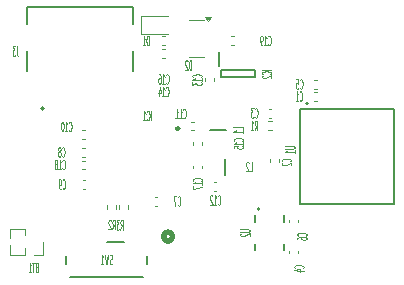
<source format=gbr>
%TF.GenerationSoftware,KiCad,Pcbnew,8.0.2-1*%
%TF.CreationDate,2024-05-16T14:53:05+09:00*%
%TF.ProjectId,eeg,6565672e-6b69-4636-9164-5f7063625858,rev?*%
%TF.SameCoordinates,Original*%
%TF.FileFunction,Legend,Bot*%
%TF.FilePolarity,Positive*%
%FSLAX46Y46*%
G04 Gerber Fmt 4.6, Leading zero omitted, Abs format (unit mm)*
G04 Created by KiCad (PCBNEW 8.0.2-1) date 2024-05-16 14:53:05*
%MOMM*%
%LPD*%
G01*
G04 APERTURE LIST*
%ADD10C,0.080000*%
%ADD11C,0.152400*%
%ADD12C,0.508000*%
%ADD13C,0.127000*%
%ADD14C,0.200000*%
%ADD15C,0.250000*%
%ADD16C,0.120000*%
%ADD17C,0.150000*%
G04 APERTURE END LIST*
D10*
X142365266Y-109727840D02*
X142315266Y-109765935D01*
X142315266Y-109765935D02*
X142231933Y-109765935D01*
X142231933Y-109765935D02*
X142198599Y-109727840D01*
X142198599Y-109727840D02*
X142181933Y-109689744D01*
X142181933Y-109689744D02*
X142165266Y-109613554D01*
X142165266Y-109613554D02*
X142165266Y-109537363D01*
X142165266Y-109537363D02*
X142181933Y-109461173D01*
X142181933Y-109461173D02*
X142198599Y-109423078D01*
X142198599Y-109423078D02*
X142231933Y-109384982D01*
X142231933Y-109384982D02*
X142298599Y-109346887D01*
X142298599Y-109346887D02*
X142331933Y-109308792D01*
X142331933Y-109308792D02*
X142348599Y-109270697D01*
X142348599Y-109270697D02*
X142365266Y-109194506D01*
X142365266Y-109194506D02*
X142365266Y-109118316D01*
X142365266Y-109118316D02*
X142348599Y-109042125D01*
X142348599Y-109042125D02*
X142331933Y-109004030D01*
X142331933Y-109004030D02*
X142298599Y-108965935D01*
X142298599Y-108965935D02*
X142215266Y-108965935D01*
X142215266Y-108965935D02*
X142165266Y-109004030D01*
X142048600Y-108965935D02*
X141965266Y-109765935D01*
X141965266Y-109765935D02*
X141898600Y-109194506D01*
X141898600Y-109194506D02*
X141831933Y-109765935D01*
X141831933Y-109765935D02*
X141748600Y-108965935D01*
X141431933Y-109765935D02*
X141631933Y-109765935D01*
X141531933Y-109765935D02*
X141531933Y-108965935D01*
X141531933Y-108965935D02*
X141565266Y-109080220D01*
X141565266Y-109080220D02*
X141598600Y-109156411D01*
X141598600Y-109156411D02*
X141631933Y-109194506D01*
X157025935Y-99773333D02*
X157673554Y-99773333D01*
X157673554Y-99773333D02*
X157749744Y-99790000D01*
X157749744Y-99790000D02*
X157787840Y-99806666D01*
X157787840Y-99806666D02*
X157825935Y-99840000D01*
X157825935Y-99840000D02*
X157825935Y-99906666D01*
X157825935Y-99906666D02*
X157787840Y-99940000D01*
X157787840Y-99940000D02*
X157749744Y-99956666D01*
X157749744Y-99956666D02*
X157673554Y-99973333D01*
X157673554Y-99973333D02*
X157025935Y-99973333D01*
X157825935Y-100323333D02*
X157825935Y-100123333D01*
X157825935Y-100223333D02*
X157025935Y-100223333D01*
X157025935Y-100223333D02*
X157140220Y-100190000D01*
X157140220Y-100190000D02*
X157216411Y-100156667D01*
X157216411Y-100156667D02*
X157254506Y-100123333D01*
X145701666Y-97585935D02*
X145701666Y-96785935D01*
X145334999Y-97509744D02*
X145351666Y-97547840D01*
X145351666Y-97547840D02*
X145401666Y-97585935D01*
X145401666Y-97585935D02*
X145434999Y-97585935D01*
X145434999Y-97585935D02*
X145484999Y-97547840D01*
X145484999Y-97547840D02*
X145518333Y-97471649D01*
X145518333Y-97471649D02*
X145534999Y-97395459D01*
X145534999Y-97395459D02*
X145551666Y-97243078D01*
X145551666Y-97243078D02*
X145551666Y-97128792D01*
X145551666Y-97128792D02*
X145534999Y-96976411D01*
X145534999Y-96976411D02*
X145518333Y-96900220D01*
X145518333Y-96900220D02*
X145484999Y-96824030D01*
X145484999Y-96824030D02*
X145434999Y-96785935D01*
X145434999Y-96785935D02*
X145401666Y-96785935D01*
X145401666Y-96785935D02*
X145351666Y-96824030D01*
X145351666Y-96824030D02*
X145334999Y-96862125D01*
X145001666Y-97585935D02*
X145201666Y-97585935D01*
X145101666Y-97585935D02*
X145101666Y-96785935D01*
X145101666Y-96785935D02*
X145134999Y-96900220D01*
X145134999Y-96900220D02*
X145168333Y-96976411D01*
X145168333Y-96976411D02*
X145201666Y-97014506D01*
X157439744Y-101051667D02*
X157477840Y-101035000D01*
X157477840Y-101035000D02*
X157515935Y-100985000D01*
X157515935Y-100985000D02*
X157515935Y-100951667D01*
X157515935Y-100951667D02*
X157477840Y-100901667D01*
X157477840Y-100901667D02*
X157401649Y-100868334D01*
X157401649Y-100868334D02*
X157325459Y-100851667D01*
X157325459Y-100851667D02*
X157173078Y-100835000D01*
X157173078Y-100835000D02*
X157058792Y-100835000D01*
X157058792Y-100835000D02*
X156906411Y-100851667D01*
X156906411Y-100851667D02*
X156830220Y-100868334D01*
X156830220Y-100868334D02*
X156754030Y-100901667D01*
X156754030Y-100901667D02*
X156715935Y-100951667D01*
X156715935Y-100951667D02*
X156715935Y-100985000D01*
X156715935Y-100985000D02*
X156754030Y-101035000D01*
X156754030Y-101035000D02*
X156792125Y-101051667D01*
X156792125Y-101185000D02*
X156754030Y-101201667D01*
X156754030Y-101201667D02*
X156715935Y-101235000D01*
X156715935Y-101235000D02*
X156715935Y-101318334D01*
X156715935Y-101318334D02*
X156754030Y-101351667D01*
X156754030Y-101351667D02*
X156792125Y-101368334D01*
X156792125Y-101368334D02*
X156868316Y-101385000D01*
X156868316Y-101385000D02*
X156944506Y-101385000D01*
X156944506Y-101385000D02*
X157058792Y-101368334D01*
X157058792Y-101368334D02*
X157515935Y-101168334D01*
X157515935Y-101168334D02*
X157515935Y-101385000D01*
X146944999Y-95489744D02*
X146961666Y-95527840D01*
X146961666Y-95527840D02*
X147011666Y-95565935D01*
X147011666Y-95565935D02*
X147044999Y-95565935D01*
X147044999Y-95565935D02*
X147094999Y-95527840D01*
X147094999Y-95527840D02*
X147128333Y-95451649D01*
X147128333Y-95451649D02*
X147144999Y-95375459D01*
X147144999Y-95375459D02*
X147161666Y-95223078D01*
X147161666Y-95223078D02*
X147161666Y-95108792D01*
X147161666Y-95108792D02*
X147144999Y-94956411D01*
X147144999Y-94956411D02*
X147128333Y-94880220D01*
X147128333Y-94880220D02*
X147094999Y-94804030D01*
X147094999Y-94804030D02*
X147044999Y-94765935D01*
X147044999Y-94765935D02*
X147011666Y-94765935D01*
X147011666Y-94765935D02*
X146961666Y-94804030D01*
X146961666Y-94804030D02*
X146944999Y-94842125D01*
X146611666Y-95565935D02*
X146811666Y-95565935D01*
X146711666Y-95565935D02*
X146711666Y-94765935D01*
X146711666Y-94765935D02*
X146744999Y-94880220D01*
X146744999Y-94880220D02*
X146778333Y-94956411D01*
X146778333Y-94956411D02*
X146811666Y-94994506D01*
X146311666Y-95032601D02*
X146311666Y-95565935D01*
X146395000Y-94727840D02*
X146478333Y-95299268D01*
X146478333Y-95299268D02*
X146261666Y-95299268D01*
X155584999Y-91129744D02*
X155601666Y-91167840D01*
X155601666Y-91167840D02*
X155651666Y-91205935D01*
X155651666Y-91205935D02*
X155684999Y-91205935D01*
X155684999Y-91205935D02*
X155734999Y-91167840D01*
X155734999Y-91167840D02*
X155768333Y-91091649D01*
X155768333Y-91091649D02*
X155784999Y-91015459D01*
X155784999Y-91015459D02*
X155801666Y-90863078D01*
X155801666Y-90863078D02*
X155801666Y-90748792D01*
X155801666Y-90748792D02*
X155784999Y-90596411D01*
X155784999Y-90596411D02*
X155768333Y-90520220D01*
X155768333Y-90520220D02*
X155734999Y-90444030D01*
X155734999Y-90444030D02*
X155684999Y-90405935D01*
X155684999Y-90405935D02*
X155651666Y-90405935D01*
X155651666Y-90405935D02*
X155601666Y-90444030D01*
X155601666Y-90444030D02*
X155584999Y-90482125D01*
X155251666Y-91205935D02*
X155451666Y-91205935D01*
X155351666Y-91205935D02*
X155351666Y-90405935D01*
X155351666Y-90405935D02*
X155384999Y-90520220D01*
X155384999Y-90520220D02*
X155418333Y-90596411D01*
X155418333Y-90596411D02*
X155451666Y-90634506D01*
X155085000Y-91205935D02*
X155018333Y-91205935D01*
X155018333Y-91205935D02*
X154985000Y-91167840D01*
X154985000Y-91167840D02*
X154968333Y-91129744D01*
X154968333Y-91129744D02*
X154935000Y-91015459D01*
X154935000Y-91015459D02*
X154918333Y-90863078D01*
X154918333Y-90863078D02*
X154918333Y-90558316D01*
X154918333Y-90558316D02*
X154935000Y-90482125D01*
X154935000Y-90482125D02*
X154951666Y-90444030D01*
X154951666Y-90444030D02*
X154985000Y-90405935D01*
X154985000Y-90405935D02*
X155051666Y-90405935D01*
X155051666Y-90405935D02*
X155085000Y-90444030D01*
X155085000Y-90444030D02*
X155101666Y-90482125D01*
X155101666Y-90482125D02*
X155118333Y-90558316D01*
X155118333Y-90558316D02*
X155118333Y-90748792D01*
X155118333Y-90748792D02*
X155101666Y-90824982D01*
X155101666Y-90824982D02*
X155085000Y-90863078D01*
X155085000Y-90863078D02*
X155051666Y-90901173D01*
X155051666Y-90901173D02*
X154985000Y-90901173D01*
X154985000Y-90901173D02*
X154951666Y-90863078D01*
X154951666Y-90863078D02*
X154935000Y-90824982D01*
X154935000Y-90824982D02*
X154918333Y-90748792D01*
X138138332Y-100589744D02*
X138154999Y-100627840D01*
X138154999Y-100627840D02*
X138204999Y-100665935D01*
X138204999Y-100665935D02*
X138238332Y-100665935D01*
X138238332Y-100665935D02*
X138288332Y-100627840D01*
X138288332Y-100627840D02*
X138321666Y-100551649D01*
X138321666Y-100551649D02*
X138338332Y-100475459D01*
X138338332Y-100475459D02*
X138354999Y-100323078D01*
X138354999Y-100323078D02*
X138354999Y-100208792D01*
X138354999Y-100208792D02*
X138338332Y-100056411D01*
X138338332Y-100056411D02*
X138321666Y-99980220D01*
X138321666Y-99980220D02*
X138288332Y-99904030D01*
X138288332Y-99904030D02*
X138238332Y-99865935D01*
X138238332Y-99865935D02*
X138204999Y-99865935D01*
X138204999Y-99865935D02*
X138154999Y-99904030D01*
X138154999Y-99904030D02*
X138138332Y-99942125D01*
X137938332Y-100208792D02*
X137971666Y-100170697D01*
X137971666Y-100170697D02*
X137988332Y-100132601D01*
X137988332Y-100132601D02*
X138004999Y-100056411D01*
X138004999Y-100056411D02*
X138004999Y-100018316D01*
X138004999Y-100018316D02*
X137988332Y-99942125D01*
X137988332Y-99942125D02*
X137971666Y-99904030D01*
X137971666Y-99904030D02*
X137938332Y-99865935D01*
X137938332Y-99865935D02*
X137871666Y-99865935D01*
X137871666Y-99865935D02*
X137838332Y-99904030D01*
X137838332Y-99904030D02*
X137821666Y-99942125D01*
X137821666Y-99942125D02*
X137804999Y-100018316D01*
X137804999Y-100018316D02*
X137804999Y-100056411D01*
X137804999Y-100056411D02*
X137821666Y-100132601D01*
X137821666Y-100132601D02*
X137838332Y-100170697D01*
X137838332Y-100170697D02*
X137871666Y-100208792D01*
X137871666Y-100208792D02*
X137938332Y-100208792D01*
X137938332Y-100208792D02*
X137971666Y-100246887D01*
X137971666Y-100246887D02*
X137988332Y-100284982D01*
X137988332Y-100284982D02*
X138004999Y-100361173D01*
X138004999Y-100361173D02*
X138004999Y-100513554D01*
X138004999Y-100513554D02*
X137988332Y-100589744D01*
X137988332Y-100589744D02*
X137971666Y-100627840D01*
X137971666Y-100627840D02*
X137938332Y-100665935D01*
X137938332Y-100665935D02*
X137871666Y-100665935D01*
X137871666Y-100665935D02*
X137838332Y-100627840D01*
X137838332Y-100627840D02*
X137821666Y-100589744D01*
X137821666Y-100589744D02*
X137804999Y-100513554D01*
X137804999Y-100513554D02*
X137804999Y-100361173D01*
X137804999Y-100361173D02*
X137821666Y-100284982D01*
X137821666Y-100284982D02*
X137838332Y-100246887D01*
X137838332Y-100246887D02*
X137871666Y-100208792D01*
X147928332Y-104729744D02*
X147944999Y-104767840D01*
X147944999Y-104767840D02*
X147994999Y-104805935D01*
X147994999Y-104805935D02*
X148028332Y-104805935D01*
X148028332Y-104805935D02*
X148078332Y-104767840D01*
X148078332Y-104767840D02*
X148111666Y-104691649D01*
X148111666Y-104691649D02*
X148128332Y-104615459D01*
X148128332Y-104615459D02*
X148144999Y-104463078D01*
X148144999Y-104463078D02*
X148144999Y-104348792D01*
X148144999Y-104348792D02*
X148128332Y-104196411D01*
X148128332Y-104196411D02*
X148111666Y-104120220D01*
X148111666Y-104120220D02*
X148078332Y-104044030D01*
X148078332Y-104044030D02*
X148028332Y-104005935D01*
X148028332Y-104005935D02*
X147994999Y-104005935D01*
X147994999Y-104005935D02*
X147944999Y-104044030D01*
X147944999Y-104044030D02*
X147928332Y-104082125D01*
X147811666Y-104005935D02*
X147578332Y-104005935D01*
X147578332Y-104005935D02*
X147728332Y-104805935D01*
X149909744Y-102695000D02*
X149947840Y-102678333D01*
X149947840Y-102678333D02*
X149985935Y-102628333D01*
X149985935Y-102628333D02*
X149985935Y-102595000D01*
X149985935Y-102595000D02*
X149947840Y-102545000D01*
X149947840Y-102545000D02*
X149871649Y-102511667D01*
X149871649Y-102511667D02*
X149795459Y-102495000D01*
X149795459Y-102495000D02*
X149643078Y-102478333D01*
X149643078Y-102478333D02*
X149528792Y-102478333D01*
X149528792Y-102478333D02*
X149376411Y-102495000D01*
X149376411Y-102495000D02*
X149300220Y-102511667D01*
X149300220Y-102511667D02*
X149224030Y-102545000D01*
X149224030Y-102545000D02*
X149185935Y-102595000D01*
X149185935Y-102595000D02*
X149185935Y-102628333D01*
X149185935Y-102628333D02*
X149224030Y-102678333D01*
X149224030Y-102678333D02*
X149262125Y-102695000D01*
X149985935Y-103028333D02*
X149985935Y-102828333D01*
X149985935Y-102928333D02*
X149185935Y-102928333D01*
X149185935Y-102928333D02*
X149300220Y-102895000D01*
X149300220Y-102895000D02*
X149376411Y-102861667D01*
X149376411Y-102861667D02*
X149414506Y-102828333D01*
X149185935Y-103145000D02*
X149185935Y-103378333D01*
X149185935Y-103378333D02*
X149985935Y-103228333D01*
X149088332Y-93295935D02*
X149088332Y-92495935D01*
X149088332Y-92495935D02*
X149004999Y-92495935D01*
X149004999Y-92495935D02*
X148954999Y-92534030D01*
X148954999Y-92534030D02*
X148921666Y-92610220D01*
X148921666Y-92610220D02*
X148904999Y-92686411D01*
X148904999Y-92686411D02*
X148888332Y-92838792D01*
X148888332Y-92838792D02*
X148888332Y-92953078D01*
X148888332Y-92953078D02*
X148904999Y-93105459D01*
X148904999Y-93105459D02*
X148921666Y-93181649D01*
X148921666Y-93181649D02*
X148954999Y-93257840D01*
X148954999Y-93257840D02*
X149004999Y-93295935D01*
X149004999Y-93295935D02*
X149088332Y-93295935D01*
X148754999Y-92572125D02*
X148738332Y-92534030D01*
X148738332Y-92534030D02*
X148704999Y-92495935D01*
X148704999Y-92495935D02*
X148621666Y-92495935D01*
X148621666Y-92495935D02*
X148588332Y-92534030D01*
X148588332Y-92534030D02*
X148571666Y-92572125D01*
X148571666Y-92572125D02*
X148554999Y-92648316D01*
X148554999Y-92648316D02*
X148554999Y-92724506D01*
X148554999Y-92724506D02*
X148571666Y-92838792D01*
X148571666Y-92838792D02*
X148771666Y-93295935D01*
X148771666Y-93295935D02*
X148554999Y-93295935D01*
X153222035Y-106825333D02*
X153869654Y-106825333D01*
X153869654Y-106825333D02*
X153945844Y-106842000D01*
X153945844Y-106842000D02*
X153983940Y-106858666D01*
X153983940Y-106858666D02*
X154022035Y-106892000D01*
X154022035Y-106892000D02*
X154022035Y-106958666D01*
X154022035Y-106958666D02*
X153983940Y-106992000D01*
X153983940Y-106992000D02*
X153945844Y-107008666D01*
X153945844Y-107008666D02*
X153869654Y-107025333D01*
X153869654Y-107025333D02*
X153222035Y-107025333D01*
X153298225Y-107175333D02*
X153260130Y-107192000D01*
X153260130Y-107192000D02*
X153222035Y-107225333D01*
X153222035Y-107225333D02*
X153222035Y-107308667D01*
X153222035Y-107308667D02*
X153260130Y-107342000D01*
X153260130Y-107342000D02*
X153298225Y-107358667D01*
X153298225Y-107358667D02*
X153374416Y-107375333D01*
X153374416Y-107375333D02*
X153450606Y-107375333D01*
X153450606Y-107375333D02*
X153564892Y-107358667D01*
X153564892Y-107358667D02*
X154022035Y-107158667D01*
X154022035Y-107158667D02*
X154022035Y-107375333D01*
X154458332Y-98415935D02*
X154574999Y-98034982D01*
X154658332Y-98415935D02*
X154658332Y-97615935D01*
X154658332Y-97615935D02*
X154524999Y-97615935D01*
X154524999Y-97615935D02*
X154491666Y-97654030D01*
X154491666Y-97654030D02*
X154474999Y-97692125D01*
X154474999Y-97692125D02*
X154458332Y-97768316D01*
X154458332Y-97768316D02*
X154458332Y-97882601D01*
X154458332Y-97882601D02*
X154474999Y-97958792D01*
X154474999Y-97958792D02*
X154491666Y-97996887D01*
X154491666Y-97996887D02*
X154524999Y-98034982D01*
X154524999Y-98034982D02*
X154658332Y-98034982D01*
X154124999Y-98415935D02*
X154324999Y-98415935D01*
X154224999Y-98415935D02*
X154224999Y-97615935D01*
X154224999Y-97615935D02*
X154258332Y-97730220D01*
X154258332Y-97730220D02*
X154291666Y-97806411D01*
X154291666Y-97806411D02*
X154324999Y-97844506D01*
X145478332Y-91235935D02*
X145478332Y-90435935D01*
X145478332Y-90435935D02*
X145394999Y-90435935D01*
X145394999Y-90435935D02*
X145344999Y-90474030D01*
X145344999Y-90474030D02*
X145311666Y-90550220D01*
X145311666Y-90550220D02*
X145294999Y-90626411D01*
X145294999Y-90626411D02*
X145278332Y-90778792D01*
X145278332Y-90778792D02*
X145278332Y-90893078D01*
X145278332Y-90893078D02*
X145294999Y-91045459D01*
X145294999Y-91045459D02*
X145311666Y-91121649D01*
X145311666Y-91121649D02*
X145344999Y-91197840D01*
X145344999Y-91197840D02*
X145394999Y-91235935D01*
X145394999Y-91235935D02*
X145478332Y-91235935D01*
X144944999Y-91235935D02*
X145144999Y-91235935D01*
X145044999Y-91235935D02*
X145044999Y-90435935D01*
X145044999Y-90435935D02*
X145078332Y-90550220D01*
X145078332Y-90550220D02*
X145111666Y-90626411D01*
X145111666Y-90626411D02*
X145144999Y-90664506D01*
X158278332Y-94819744D02*
X158294999Y-94857840D01*
X158294999Y-94857840D02*
X158344999Y-94895935D01*
X158344999Y-94895935D02*
X158378332Y-94895935D01*
X158378332Y-94895935D02*
X158428332Y-94857840D01*
X158428332Y-94857840D02*
X158461666Y-94781649D01*
X158461666Y-94781649D02*
X158478332Y-94705459D01*
X158478332Y-94705459D02*
X158494999Y-94553078D01*
X158494999Y-94553078D02*
X158494999Y-94438792D01*
X158494999Y-94438792D02*
X158478332Y-94286411D01*
X158478332Y-94286411D02*
X158461666Y-94210220D01*
X158461666Y-94210220D02*
X158428332Y-94134030D01*
X158428332Y-94134030D02*
X158378332Y-94095935D01*
X158378332Y-94095935D02*
X158344999Y-94095935D01*
X158344999Y-94095935D02*
X158294999Y-94134030D01*
X158294999Y-94134030D02*
X158278332Y-94172125D01*
X157961666Y-94095935D02*
X158128332Y-94095935D01*
X158128332Y-94095935D02*
X158144999Y-94476887D01*
X158144999Y-94476887D02*
X158128332Y-94438792D01*
X158128332Y-94438792D02*
X158094999Y-94400697D01*
X158094999Y-94400697D02*
X158011666Y-94400697D01*
X158011666Y-94400697D02*
X157978332Y-94438792D01*
X157978332Y-94438792D02*
X157961666Y-94476887D01*
X157961666Y-94476887D02*
X157944999Y-94553078D01*
X157944999Y-94553078D02*
X157944999Y-94743554D01*
X157944999Y-94743554D02*
X157961666Y-94819744D01*
X157961666Y-94819744D02*
X157978332Y-94857840D01*
X157978332Y-94857840D02*
X158011666Y-94895935D01*
X158011666Y-94895935D02*
X158094999Y-94895935D01*
X158094999Y-94895935D02*
X158128332Y-94857840D01*
X158128332Y-94857840D02*
X158144999Y-94819744D01*
X148394999Y-97349744D02*
X148411666Y-97387840D01*
X148411666Y-97387840D02*
X148461666Y-97425935D01*
X148461666Y-97425935D02*
X148494999Y-97425935D01*
X148494999Y-97425935D02*
X148544999Y-97387840D01*
X148544999Y-97387840D02*
X148578333Y-97311649D01*
X148578333Y-97311649D02*
X148594999Y-97235459D01*
X148594999Y-97235459D02*
X148611666Y-97083078D01*
X148611666Y-97083078D02*
X148611666Y-96968792D01*
X148611666Y-96968792D02*
X148594999Y-96816411D01*
X148594999Y-96816411D02*
X148578333Y-96740220D01*
X148578333Y-96740220D02*
X148544999Y-96664030D01*
X148544999Y-96664030D02*
X148494999Y-96625935D01*
X148494999Y-96625935D02*
X148461666Y-96625935D01*
X148461666Y-96625935D02*
X148411666Y-96664030D01*
X148411666Y-96664030D02*
X148394999Y-96702125D01*
X148061666Y-97425935D02*
X148261666Y-97425935D01*
X148161666Y-97425935D02*
X148161666Y-96625935D01*
X148161666Y-96625935D02*
X148194999Y-96740220D01*
X148194999Y-96740220D02*
X148228333Y-96816411D01*
X148228333Y-96816411D02*
X148261666Y-96854506D01*
X147728333Y-97425935D02*
X147928333Y-97425935D01*
X147828333Y-97425935D02*
X147828333Y-96625935D01*
X147828333Y-96625935D02*
X147861666Y-96740220D01*
X147861666Y-96740220D02*
X147895000Y-96816411D01*
X147895000Y-96816411D02*
X147928333Y-96854506D01*
X138724999Y-98419744D02*
X138741666Y-98457840D01*
X138741666Y-98457840D02*
X138791666Y-98495935D01*
X138791666Y-98495935D02*
X138824999Y-98495935D01*
X138824999Y-98495935D02*
X138874999Y-98457840D01*
X138874999Y-98457840D02*
X138908333Y-98381649D01*
X138908333Y-98381649D02*
X138924999Y-98305459D01*
X138924999Y-98305459D02*
X138941666Y-98153078D01*
X138941666Y-98153078D02*
X138941666Y-98038792D01*
X138941666Y-98038792D02*
X138924999Y-97886411D01*
X138924999Y-97886411D02*
X138908333Y-97810220D01*
X138908333Y-97810220D02*
X138874999Y-97734030D01*
X138874999Y-97734030D02*
X138824999Y-97695935D01*
X138824999Y-97695935D02*
X138791666Y-97695935D01*
X138791666Y-97695935D02*
X138741666Y-97734030D01*
X138741666Y-97734030D02*
X138724999Y-97772125D01*
X138391666Y-98495935D02*
X138591666Y-98495935D01*
X138491666Y-98495935D02*
X138491666Y-97695935D01*
X138491666Y-97695935D02*
X138524999Y-97810220D01*
X138524999Y-97810220D02*
X138558333Y-97886411D01*
X138558333Y-97886411D02*
X138591666Y-97924506D01*
X138175000Y-97695935D02*
X138141666Y-97695935D01*
X138141666Y-97695935D02*
X138108333Y-97734030D01*
X138108333Y-97734030D02*
X138091666Y-97772125D01*
X138091666Y-97772125D02*
X138075000Y-97848316D01*
X138075000Y-97848316D02*
X138058333Y-98000697D01*
X138058333Y-98000697D02*
X138058333Y-98191173D01*
X138058333Y-98191173D02*
X138075000Y-98343554D01*
X138075000Y-98343554D02*
X138091666Y-98419744D01*
X138091666Y-98419744D02*
X138108333Y-98457840D01*
X138108333Y-98457840D02*
X138141666Y-98495935D01*
X138141666Y-98495935D02*
X138175000Y-98495935D01*
X138175000Y-98495935D02*
X138208333Y-98457840D01*
X138208333Y-98457840D02*
X138225000Y-98419744D01*
X138225000Y-98419744D02*
X138241666Y-98343554D01*
X138241666Y-98343554D02*
X138258333Y-98191173D01*
X138258333Y-98191173D02*
X138258333Y-98000697D01*
X138258333Y-98000697D02*
X138241666Y-97848316D01*
X138241666Y-97848316D02*
X138225000Y-97772125D01*
X138225000Y-97772125D02*
X138208333Y-97734030D01*
X138208333Y-97734030D02*
X138175000Y-97695935D01*
X146954999Y-94389744D02*
X146971666Y-94427840D01*
X146971666Y-94427840D02*
X147021666Y-94465935D01*
X147021666Y-94465935D02*
X147054999Y-94465935D01*
X147054999Y-94465935D02*
X147104999Y-94427840D01*
X147104999Y-94427840D02*
X147138333Y-94351649D01*
X147138333Y-94351649D02*
X147154999Y-94275459D01*
X147154999Y-94275459D02*
X147171666Y-94123078D01*
X147171666Y-94123078D02*
X147171666Y-94008792D01*
X147171666Y-94008792D02*
X147154999Y-93856411D01*
X147154999Y-93856411D02*
X147138333Y-93780220D01*
X147138333Y-93780220D02*
X147104999Y-93704030D01*
X147104999Y-93704030D02*
X147054999Y-93665935D01*
X147054999Y-93665935D02*
X147021666Y-93665935D01*
X147021666Y-93665935D02*
X146971666Y-93704030D01*
X146971666Y-93704030D02*
X146954999Y-93742125D01*
X146621666Y-94465935D02*
X146821666Y-94465935D01*
X146721666Y-94465935D02*
X146721666Y-93665935D01*
X146721666Y-93665935D02*
X146754999Y-93780220D01*
X146754999Y-93780220D02*
X146788333Y-93856411D01*
X146788333Y-93856411D02*
X146821666Y-93894506D01*
X146321666Y-93665935D02*
X146388333Y-93665935D01*
X146388333Y-93665935D02*
X146421666Y-93704030D01*
X146421666Y-93704030D02*
X146438333Y-93742125D01*
X146438333Y-93742125D02*
X146471666Y-93856411D01*
X146471666Y-93856411D02*
X146488333Y-94008792D01*
X146488333Y-94008792D02*
X146488333Y-94313554D01*
X146488333Y-94313554D02*
X146471666Y-94389744D01*
X146471666Y-94389744D02*
X146455000Y-94427840D01*
X146455000Y-94427840D02*
X146421666Y-94465935D01*
X146421666Y-94465935D02*
X146355000Y-94465935D01*
X146355000Y-94465935D02*
X146321666Y-94427840D01*
X146321666Y-94427840D02*
X146305000Y-94389744D01*
X146305000Y-94389744D02*
X146288333Y-94313554D01*
X146288333Y-94313554D02*
X146288333Y-94123078D01*
X146288333Y-94123078D02*
X146305000Y-94046887D01*
X146305000Y-94046887D02*
X146321666Y-94008792D01*
X146321666Y-94008792D02*
X146355000Y-93970697D01*
X146355000Y-93970697D02*
X146421666Y-93970697D01*
X146421666Y-93970697D02*
X146455000Y-94008792D01*
X146455000Y-94008792D02*
X146471666Y-94046887D01*
X146471666Y-94046887D02*
X146488333Y-94123078D01*
X158499744Y-110071667D02*
X158537840Y-110055000D01*
X158537840Y-110055000D02*
X158575935Y-110005000D01*
X158575935Y-110005000D02*
X158575935Y-109971667D01*
X158575935Y-109971667D02*
X158537840Y-109921667D01*
X158537840Y-109921667D02*
X158461649Y-109888334D01*
X158461649Y-109888334D02*
X158385459Y-109871667D01*
X158385459Y-109871667D02*
X158233078Y-109855000D01*
X158233078Y-109855000D02*
X158118792Y-109855000D01*
X158118792Y-109855000D02*
X157966411Y-109871667D01*
X157966411Y-109871667D02*
X157890220Y-109888334D01*
X157890220Y-109888334D02*
X157814030Y-109921667D01*
X157814030Y-109921667D02*
X157775935Y-109971667D01*
X157775935Y-109971667D02*
X157775935Y-110005000D01*
X157775935Y-110005000D02*
X157814030Y-110055000D01*
X157814030Y-110055000D02*
X157852125Y-110071667D01*
X158042601Y-110371667D02*
X158575935Y-110371667D01*
X157737840Y-110288334D02*
X158309268Y-110205000D01*
X158309268Y-110205000D02*
X158309268Y-110421667D01*
X142388332Y-106825935D02*
X142504999Y-106444982D01*
X142588332Y-106825935D02*
X142588332Y-106025935D01*
X142588332Y-106025935D02*
X142454999Y-106025935D01*
X142454999Y-106025935D02*
X142421666Y-106064030D01*
X142421666Y-106064030D02*
X142404999Y-106102125D01*
X142404999Y-106102125D02*
X142388332Y-106178316D01*
X142388332Y-106178316D02*
X142388332Y-106292601D01*
X142388332Y-106292601D02*
X142404999Y-106368792D01*
X142404999Y-106368792D02*
X142421666Y-106406887D01*
X142421666Y-106406887D02*
X142454999Y-106444982D01*
X142454999Y-106444982D02*
X142588332Y-106444982D01*
X142254999Y-106102125D02*
X142238332Y-106064030D01*
X142238332Y-106064030D02*
X142204999Y-106025935D01*
X142204999Y-106025935D02*
X142121666Y-106025935D01*
X142121666Y-106025935D02*
X142088332Y-106064030D01*
X142088332Y-106064030D02*
X142071666Y-106102125D01*
X142071666Y-106102125D02*
X142054999Y-106178316D01*
X142054999Y-106178316D02*
X142054999Y-106254506D01*
X142054999Y-106254506D02*
X142071666Y-106368792D01*
X142071666Y-106368792D02*
X142271666Y-106825935D01*
X142271666Y-106825935D02*
X142054999Y-106825935D01*
X153379744Y-99315000D02*
X153417840Y-99298333D01*
X153417840Y-99298333D02*
X153455935Y-99248333D01*
X153455935Y-99248333D02*
X153455935Y-99215000D01*
X153455935Y-99215000D02*
X153417840Y-99165000D01*
X153417840Y-99165000D02*
X153341649Y-99131667D01*
X153341649Y-99131667D02*
X153265459Y-99115000D01*
X153265459Y-99115000D02*
X153113078Y-99098333D01*
X153113078Y-99098333D02*
X152998792Y-99098333D01*
X152998792Y-99098333D02*
X152846411Y-99115000D01*
X152846411Y-99115000D02*
X152770220Y-99131667D01*
X152770220Y-99131667D02*
X152694030Y-99165000D01*
X152694030Y-99165000D02*
X152655935Y-99215000D01*
X152655935Y-99215000D02*
X152655935Y-99248333D01*
X152655935Y-99248333D02*
X152694030Y-99298333D01*
X152694030Y-99298333D02*
X152732125Y-99315000D01*
X153455935Y-99648333D02*
X153455935Y-99448333D01*
X153455935Y-99548333D02*
X152655935Y-99548333D01*
X152655935Y-99548333D02*
X152770220Y-99515000D01*
X152770220Y-99515000D02*
X152846411Y-99481667D01*
X152846411Y-99481667D02*
X152884506Y-99448333D01*
X152655935Y-99965000D02*
X152655935Y-99798333D01*
X152655935Y-99798333D02*
X153036887Y-99781666D01*
X153036887Y-99781666D02*
X152998792Y-99798333D01*
X152998792Y-99798333D02*
X152960697Y-99831666D01*
X152960697Y-99831666D02*
X152960697Y-99915000D01*
X152960697Y-99915000D02*
X152998792Y-99948333D01*
X152998792Y-99948333D02*
X153036887Y-99965000D01*
X153036887Y-99965000D02*
X153113078Y-99981666D01*
X153113078Y-99981666D02*
X153303554Y-99981666D01*
X153303554Y-99981666D02*
X153379744Y-99965000D01*
X153379744Y-99965000D02*
X153417840Y-99948333D01*
X153417840Y-99948333D02*
X153455935Y-99915000D01*
X153455935Y-99915000D02*
X153455935Y-99831666D01*
X153455935Y-99831666D02*
X153417840Y-99798333D01*
X153417840Y-99798333D02*
X153379744Y-99781666D01*
X154028333Y-101895935D02*
X154194999Y-101895935D01*
X154194999Y-101895935D02*
X154194999Y-101095935D01*
X153928333Y-101172125D02*
X153911666Y-101134030D01*
X153911666Y-101134030D02*
X153878333Y-101095935D01*
X153878333Y-101095935D02*
X153795000Y-101095935D01*
X153795000Y-101095935D02*
X153761666Y-101134030D01*
X153761666Y-101134030D02*
X153745000Y-101172125D01*
X153745000Y-101172125D02*
X153728333Y-101248316D01*
X153728333Y-101248316D02*
X153728333Y-101324506D01*
X153728333Y-101324506D02*
X153745000Y-101438792D01*
X153745000Y-101438792D02*
X153945000Y-101895935D01*
X153945000Y-101895935D02*
X153728333Y-101895935D01*
X138164999Y-101639744D02*
X138181666Y-101677840D01*
X138181666Y-101677840D02*
X138231666Y-101715935D01*
X138231666Y-101715935D02*
X138264999Y-101715935D01*
X138264999Y-101715935D02*
X138314999Y-101677840D01*
X138314999Y-101677840D02*
X138348333Y-101601649D01*
X138348333Y-101601649D02*
X138364999Y-101525459D01*
X138364999Y-101525459D02*
X138381666Y-101373078D01*
X138381666Y-101373078D02*
X138381666Y-101258792D01*
X138381666Y-101258792D02*
X138364999Y-101106411D01*
X138364999Y-101106411D02*
X138348333Y-101030220D01*
X138348333Y-101030220D02*
X138314999Y-100954030D01*
X138314999Y-100954030D02*
X138264999Y-100915935D01*
X138264999Y-100915935D02*
X138231666Y-100915935D01*
X138231666Y-100915935D02*
X138181666Y-100954030D01*
X138181666Y-100954030D02*
X138164999Y-100992125D01*
X137831666Y-101715935D02*
X138031666Y-101715935D01*
X137931666Y-101715935D02*
X137931666Y-100915935D01*
X137931666Y-100915935D02*
X137964999Y-101030220D01*
X137964999Y-101030220D02*
X137998333Y-101106411D01*
X137998333Y-101106411D02*
X138031666Y-101144506D01*
X137631666Y-101258792D02*
X137665000Y-101220697D01*
X137665000Y-101220697D02*
X137681666Y-101182601D01*
X137681666Y-101182601D02*
X137698333Y-101106411D01*
X137698333Y-101106411D02*
X137698333Y-101068316D01*
X137698333Y-101068316D02*
X137681666Y-100992125D01*
X137681666Y-100992125D02*
X137665000Y-100954030D01*
X137665000Y-100954030D02*
X137631666Y-100915935D01*
X137631666Y-100915935D02*
X137565000Y-100915935D01*
X137565000Y-100915935D02*
X137531666Y-100954030D01*
X137531666Y-100954030D02*
X137515000Y-100992125D01*
X137515000Y-100992125D02*
X137498333Y-101068316D01*
X137498333Y-101068316D02*
X137498333Y-101106411D01*
X137498333Y-101106411D02*
X137515000Y-101182601D01*
X137515000Y-101182601D02*
X137531666Y-101220697D01*
X137531666Y-101220697D02*
X137565000Y-101258792D01*
X137565000Y-101258792D02*
X137631666Y-101258792D01*
X137631666Y-101258792D02*
X137665000Y-101296887D01*
X137665000Y-101296887D02*
X137681666Y-101334982D01*
X137681666Y-101334982D02*
X137698333Y-101411173D01*
X137698333Y-101411173D02*
X137698333Y-101563554D01*
X137698333Y-101563554D02*
X137681666Y-101639744D01*
X137681666Y-101639744D02*
X137665000Y-101677840D01*
X137665000Y-101677840D02*
X137631666Y-101715935D01*
X137631666Y-101715935D02*
X137565000Y-101715935D01*
X137565000Y-101715935D02*
X137531666Y-101677840D01*
X137531666Y-101677840D02*
X137515000Y-101639744D01*
X137515000Y-101639744D02*
X137498333Y-101563554D01*
X137498333Y-101563554D02*
X137498333Y-101411173D01*
X137498333Y-101411173D02*
X137515000Y-101334982D01*
X137515000Y-101334982D02*
X137531666Y-101296887D01*
X137531666Y-101296887D02*
X137565000Y-101258792D01*
X135995000Y-110026887D02*
X135945000Y-110064982D01*
X135945000Y-110064982D02*
X135928333Y-110103078D01*
X135928333Y-110103078D02*
X135911666Y-110179268D01*
X135911666Y-110179268D02*
X135911666Y-110293554D01*
X135911666Y-110293554D02*
X135928333Y-110369744D01*
X135928333Y-110369744D02*
X135945000Y-110407840D01*
X135945000Y-110407840D02*
X135978333Y-110445935D01*
X135978333Y-110445935D02*
X136111666Y-110445935D01*
X136111666Y-110445935D02*
X136111666Y-109645935D01*
X136111666Y-109645935D02*
X135995000Y-109645935D01*
X135995000Y-109645935D02*
X135961666Y-109684030D01*
X135961666Y-109684030D02*
X135945000Y-109722125D01*
X135945000Y-109722125D02*
X135928333Y-109798316D01*
X135928333Y-109798316D02*
X135928333Y-109874506D01*
X135928333Y-109874506D02*
X135945000Y-109950697D01*
X135945000Y-109950697D02*
X135961666Y-109988792D01*
X135961666Y-109988792D02*
X135995000Y-110026887D01*
X135995000Y-110026887D02*
X136111666Y-110026887D01*
X135811666Y-109645935D02*
X135611666Y-109645935D01*
X135711666Y-110445935D02*
X135711666Y-109645935D01*
X135311666Y-110445935D02*
X135511666Y-110445935D01*
X135411666Y-110445935D02*
X135411666Y-109645935D01*
X135411666Y-109645935D02*
X135444999Y-109760220D01*
X135444999Y-109760220D02*
X135478333Y-109836411D01*
X135478333Y-109836411D02*
X135511666Y-109874506D01*
X155835935Y-93288333D02*
X155035935Y-93288333D01*
X155759744Y-93655000D02*
X155797840Y-93638333D01*
X155797840Y-93638333D02*
X155835935Y-93588333D01*
X155835935Y-93588333D02*
X155835935Y-93555000D01*
X155835935Y-93555000D02*
X155797840Y-93505000D01*
X155797840Y-93505000D02*
X155721649Y-93471667D01*
X155721649Y-93471667D02*
X155645459Y-93455000D01*
X155645459Y-93455000D02*
X155493078Y-93438333D01*
X155493078Y-93438333D02*
X155378792Y-93438333D01*
X155378792Y-93438333D02*
X155226411Y-93455000D01*
X155226411Y-93455000D02*
X155150220Y-93471667D01*
X155150220Y-93471667D02*
X155074030Y-93505000D01*
X155074030Y-93505000D02*
X155035935Y-93555000D01*
X155035935Y-93555000D02*
X155035935Y-93588333D01*
X155035935Y-93588333D02*
X155074030Y-93638333D01*
X155074030Y-93638333D02*
X155112125Y-93655000D01*
X155112125Y-93788333D02*
X155074030Y-93805000D01*
X155074030Y-93805000D02*
X155035935Y-93838333D01*
X155035935Y-93838333D02*
X155035935Y-93921667D01*
X155035935Y-93921667D02*
X155074030Y-93955000D01*
X155074030Y-93955000D02*
X155112125Y-93971667D01*
X155112125Y-93971667D02*
X155188316Y-93988333D01*
X155188316Y-93988333D02*
X155264506Y-93988333D01*
X155264506Y-93988333D02*
X155378792Y-93971667D01*
X155378792Y-93971667D02*
X155835935Y-93771667D01*
X155835935Y-93771667D02*
X155835935Y-93988333D01*
X153445935Y-98331667D02*
X153445935Y-98165000D01*
X153445935Y-98165000D02*
X152645935Y-98165000D01*
X153445935Y-98631666D02*
X153445935Y-98431666D01*
X153445935Y-98531666D02*
X152645935Y-98531666D01*
X152645935Y-98531666D02*
X152760220Y-98498333D01*
X152760220Y-98498333D02*
X152836411Y-98465000D01*
X152836411Y-98465000D02*
X152874506Y-98431666D01*
X143078332Y-106835935D02*
X143194999Y-106454982D01*
X143278332Y-106835935D02*
X143278332Y-106035935D01*
X143278332Y-106035935D02*
X143144999Y-106035935D01*
X143144999Y-106035935D02*
X143111666Y-106074030D01*
X143111666Y-106074030D02*
X143094999Y-106112125D01*
X143094999Y-106112125D02*
X143078332Y-106188316D01*
X143078332Y-106188316D02*
X143078332Y-106302601D01*
X143078332Y-106302601D02*
X143094999Y-106378792D01*
X143094999Y-106378792D02*
X143111666Y-106416887D01*
X143111666Y-106416887D02*
X143144999Y-106454982D01*
X143144999Y-106454982D02*
X143278332Y-106454982D01*
X142961666Y-106035935D02*
X142744999Y-106035935D01*
X142744999Y-106035935D02*
X142861666Y-106340697D01*
X142861666Y-106340697D02*
X142811666Y-106340697D01*
X142811666Y-106340697D02*
X142778332Y-106378792D01*
X142778332Y-106378792D02*
X142761666Y-106416887D01*
X142761666Y-106416887D02*
X142744999Y-106493078D01*
X142744999Y-106493078D02*
X142744999Y-106683554D01*
X142744999Y-106683554D02*
X142761666Y-106759744D01*
X142761666Y-106759744D02*
X142778332Y-106797840D01*
X142778332Y-106797840D02*
X142811666Y-106835935D01*
X142811666Y-106835935D02*
X142911666Y-106835935D01*
X142911666Y-106835935D02*
X142944999Y-106797840D01*
X142944999Y-106797840D02*
X142961666Y-106759744D01*
X134296666Y-91318435D02*
X134296666Y-91889863D01*
X134296666Y-91889863D02*
X134313333Y-92004149D01*
X134313333Y-92004149D02*
X134346666Y-92080340D01*
X134346666Y-92080340D02*
X134396666Y-92118435D01*
X134396666Y-92118435D02*
X134430000Y-92118435D01*
X134163333Y-91318435D02*
X133946666Y-91318435D01*
X133946666Y-91318435D02*
X134063333Y-91623197D01*
X134063333Y-91623197D02*
X134013333Y-91623197D01*
X134013333Y-91623197D02*
X133979999Y-91661292D01*
X133979999Y-91661292D02*
X133963333Y-91699387D01*
X133963333Y-91699387D02*
X133946666Y-91775578D01*
X133946666Y-91775578D02*
X133946666Y-91966054D01*
X133946666Y-91966054D02*
X133963333Y-92042244D01*
X133963333Y-92042244D02*
X133979999Y-92080340D01*
X133979999Y-92080340D02*
X134013333Y-92118435D01*
X134013333Y-92118435D02*
X134113333Y-92118435D01*
X134113333Y-92118435D02*
X134146666Y-92080340D01*
X134146666Y-92080340D02*
X134163333Y-92042244D01*
X149899744Y-93905000D02*
X149937840Y-93888333D01*
X149937840Y-93888333D02*
X149975935Y-93838333D01*
X149975935Y-93838333D02*
X149975935Y-93805000D01*
X149975935Y-93805000D02*
X149937840Y-93755000D01*
X149937840Y-93755000D02*
X149861649Y-93721667D01*
X149861649Y-93721667D02*
X149785459Y-93705000D01*
X149785459Y-93705000D02*
X149633078Y-93688333D01*
X149633078Y-93688333D02*
X149518792Y-93688333D01*
X149518792Y-93688333D02*
X149366411Y-93705000D01*
X149366411Y-93705000D02*
X149290220Y-93721667D01*
X149290220Y-93721667D02*
X149214030Y-93755000D01*
X149214030Y-93755000D02*
X149175935Y-93805000D01*
X149175935Y-93805000D02*
X149175935Y-93838333D01*
X149175935Y-93838333D02*
X149214030Y-93888333D01*
X149214030Y-93888333D02*
X149252125Y-93905000D01*
X149975935Y-94238333D02*
X149975935Y-94038333D01*
X149975935Y-94138333D02*
X149175935Y-94138333D01*
X149175935Y-94138333D02*
X149290220Y-94105000D01*
X149290220Y-94105000D02*
X149366411Y-94071667D01*
X149366411Y-94071667D02*
X149404506Y-94038333D01*
X149175935Y-94355000D02*
X149175935Y-94571666D01*
X149175935Y-94571666D02*
X149480697Y-94455000D01*
X149480697Y-94455000D02*
X149480697Y-94505000D01*
X149480697Y-94505000D02*
X149518792Y-94538333D01*
X149518792Y-94538333D02*
X149556887Y-94555000D01*
X149556887Y-94555000D02*
X149633078Y-94571666D01*
X149633078Y-94571666D02*
X149823554Y-94571666D01*
X149823554Y-94571666D02*
X149899744Y-94555000D01*
X149899744Y-94555000D02*
X149937840Y-94538333D01*
X149937840Y-94538333D02*
X149975935Y-94505000D01*
X149975935Y-94505000D02*
X149975935Y-94405000D01*
X149975935Y-94405000D02*
X149937840Y-94371666D01*
X149937840Y-94371666D02*
X149899744Y-94355000D01*
X154468332Y-97279744D02*
X154484999Y-97317840D01*
X154484999Y-97317840D02*
X154534999Y-97355935D01*
X154534999Y-97355935D02*
X154568332Y-97355935D01*
X154568332Y-97355935D02*
X154618332Y-97317840D01*
X154618332Y-97317840D02*
X154651666Y-97241649D01*
X154651666Y-97241649D02*
X154668332Y-97165459D01*
X154668332Y-97165459D02*
X154684999Y-97013078D01*
X154684999Y-97013078D02*
X154684999Y-96898792D01*
X154684999Y-96898792D02*
X154668332Y-96746411D01*
X154668332Y-96746411D02*
X154651666Y-96670220D01*
X154651666Y-96670220D02*
X154618332Y-96594030D01*
X154618332Y-96594030D02*
X154568332Y-96555935D01*
X154568332Y-96555935D02*
X154534999Y-96555935D01*
X154534999Y-96555935D02*
X154484999Y-96594030D01*
X154484999Y-96594030D02*
X154468332Y-96632125D01*
X154351666Y-96555935D02*
X154134999Y-96555935D01*
X154134999Y-96555935D02*
X154251666Y-96860697D01*
X154251666Y-96860697D02*
X154201666Y-96860697D01*
X154201666Y-96860697D02*
X154168332Y-96898792D01*
X154168332Y-96898792D02*
X154151666Y-96936887D01*
X154151666Y-96936887D02*
X154134999Y-97013078D01*
X154134999Y-97013078D02*
X154134999Y-97203554D01*
X154134999Y-97203554D02*
X154151666Y-97279744D01*
X154151666Y-97279744D02*
X154168332Y-97317840D01*
X154168332Y-97317840D02*
X154201666Y-97355935D01*
X154201666Y-97355935D02*
X154301666Y-97355935D01*
X154301666Y-97355935D02*
X154334999Y-97317840D01*
X154334999Y-97317840D02*
X154351666Y-97279744D01*
X158248332Y-95859744D02*
X158264999Y-95897840D01*
X158264999Y-95897840D02*
X158314999Y-95935935D01*
X158314999Y-95935935D02*
X158348332Y-95935935D01*
X158348332Y-95935935D02*
X158398332Y-95897840D01*
X158398332Y-95897840D02*
X158431666Y-95821649D01*
X158431666Y-95821649D02*
X158448332Y-95745459D01*
X158448332Y-95745459D02*
X158464999Y-95593078D01*
X158464999Y-95593078D02*
X158464999Y-95478792D01*
X158464999Y-95478792D02*
X158448332Y-95326411D01*
X158448332Y-95326411D02*
X158431666Y-95250220D01*
X158431666Y-95250220D02*
X158398332Y-95174030D01*
X158398332Y-95174030D02*
X158348332Y-95135935D01*
X158348332Y-95135935D02*
X158314999Y-95135935D01*
X158314999Y-95135935D02*
X158264999Y-95174030D01*
X158264999Y-95174030D02*
X158248332Y-95212125D01*
X157914999Y-95935935D02*
X158114999Y-95935935D01*
X158014999Y-95935935D02*
X158014999Y-95135935D01*
X158014999Y-95135935D02*
X158048332Y-95250220D01*
X158048332Y-95250220D02*
X158081666Y-95326411D01*
X158081666Y-95326411D02*
X158114999Y-95364506D01*
X158759744Y-107341667D02*
X158797840Y-107325000D01*
X158797840Y-107325000D02*
X158835935Y-107275000D01*
X158835935Y-107275000D02*
X158835935Y-107241667D01*
X158835935Y-107241667D02*
X158797840Y-107191667D01*
X158797840Y-107191667D02*
X158721649Y-107158334D01*
X158721649Y-107158334D02*
X158645459Y-107141667D01*
X158645459Y-107141667D02*
X158493078Y-107125000D01*
X158493078Y-107125000D02*
X158378792Y-107125000D01*
X158378792Y-107125000D02*
X158226411Y-107141667D01*
X158226411Y-107141667D02*
X158150220Y-107158334D01*
X158150220Y-107158334D02*
X158074030Y-107191667D01*
X158074030Y-107191667D02*
X158035935Y-107241667D01*
X158035935Y-107241667D02*
X158035935Y-107275000D01*
X158035935Y-107275000D02*
X158074030Y-107325000D01*
X158074030Y-107325000D02*
X158112125Y-107341667D01*
X158035935Y-107641667D02*
X158035935Y-107575000D01*
X158035935Y-107575000D02*
X158074030Y-107541667D01*
X158074030Y-107541667D02*
X158112125Y-107525000D01*
X158112125Y-107525000D02*
X158226411Y-107491667D01*
X158226411Y-107491667D02*
X158378792Y-107475000D01*
X158378792Y-107475000D02*
X158683554Y-107475000D01*
X158683554Y-107475000D02*
X158759744Y-107491667D01*
X158759744Y-107491667D02*
X158797840Y-107508334D01*
X158797840Y-107508334D02*
X158835935Y-107541667D01*
X158835935Y-107541667D02*
X158835935Y-107608334D01*
X158835935Y-107608334D02*
X158797840Y-107641667D01*
X158797840Y-107641667D02*
X158759744Y-107658334D01*
X158759744Y-107658334D02*
X158683554Y-107675000D01*
X158683554Y-107675000D02*
X158493078Y-107675000D01*
X158493078Y-107675000D02*
X158416887Y-107658334D01*
X158416887Y-107658334D02*
X158378792Y-107641667D01*
X158378792Y-107641667D02*
X158340697Y-107608334D01*
X158340697Y-107608334D02*
X158340697Y-107541667D01*
X158340697Y-107541667D02*
X158378792Y-107508334D01*
X158378792Y-107508334D02*
X158416887Y-107491667D01*
X158416887Y-107491667D02*
X158493078Y-107475000D01*
X151324999Y-104649744D02*
X151341666Y-104687840D01*
X151341666Y-104687840D02*
X151391666Y-104725935D01*
X151391666Y-104725935D02*
X151424999Y-104725935D01*
X151424999Y-104725935D02*
X151474999Y-104687840D01*
X151474999Y-104687840D02*
X151508333Y-104611649D01*
X151508333Y-104611649D02*
X151524999Y-104535459D01*
X151524999Y-104535459D02*
X151541666Y-104383078D01*
X151541666Y-104383078D02*
X151541666Y-104268792D01*
X151541666Y-104268792D02*
X151524999Y-104116411D01*
X151524999Y-104116411D02*
X151508333Y-104040220D01*
X151508333Y-104040220D02*
X151474999Y-103964030D01*
X151474999Y-103964030D02*
X151424999Y-103925935D01*
X151424999Y-103925935D02*
X151391666Y-103925935D01*
X151391666Y-103925935D02*
X151341666Y-103964030D01*
X151341666Y-103964030D02*
X151324999Y-104002125D01*
X150991666Y-104725935D02*
X151191666Y-104725935D01*
X151091666Y-104725935D02*
X151091666Y-103925935D01*
X151091666Y-103925935D02*
X151124999Y-104040220D01*
X151124999Y-104040220D02*
X151158333Y-104116411D01*
X151158333Y-104116411D02*
X151191666Y-104154506D01*
X150858333Y-104002125D02*
X150841666Y-103964030D01*
X150841666Y-103964030D02*
X150808333Y-103925935D01*
X150808333Y-103925935D02*
X150725000Y-103925935D01*
X150725000Y-103925935D02*
X150691666Y-103964030D01*
X150691666Y-103964030D02*
X150675000Y-104002125D01*
X150675000Y-104002125D02*
X150658333Y-104078316D01*
X150658333Y-104078316D02*
X150658333Y-104154506D01*
X150658333Y-104154506D02*
X150675000Y-104268792D01*
X150675000Y-104268792D02*
X150875000Y-104725935D01*
X150875000Y-104725935D02*
X150658333Y-104725935D01*
X138178332Y-103309744D02*
X138194999Y-103347840D01*
X138194999Y-103347840D02*
X138244999Y-103385935D01*
X138244999Y-103385935D02*
X138278332Y-103385935D01*
X138278332Y-103385935D02*
X138328332Y-103347840D01*
X138328332Y-103347840D02*
X138361666Y-103271649D01*
X138361666Y-103271649D02*
X138378332Y-103195459D01*
X138378332Y-103195459D02*
X138394999Y-103043078D01*
X138394999Y-103043078D02*
X138394999Y-102928792D01*
X138394999Y-102928792D02*
X138378332Y-102776411D01*
X138378332Y-102776411D02*
X138361666Y-102700220D01*
X138361666Y-102700220D02*
X138328332Y-102624030D01*
X138328332Y-102624030D02*
X138278332Y-102585935D01*
X138278332Y-102585935D02*
X138244999Y-102585935D01*
X138244999Y-102585935D02*
X138194999Y-102624030D01*
X138194999Y-102624030D02*
X138178332Y-102662125D01*
X138011666Y-103385935D02*
X137944999Y-103385935D01*
X137944999Y-103385935D02*
X137911666Y-103347840D01*
X137911666Y-103347840D02*
X137894999Y-103309744D01*
X137894999Y-103309744D02*
X137861666Y-103195459D01*
X137861666Y-103195459D02*
X137844999Y-103043078D01*
X137844999Y-103043078D02*
X137844999Y-102738316D01*
X137844999Y-102738316D02*
X137861666Y-102662125D01*
X137861666Y-102662125D02*
X137878332Y-102624030D01*
X137878332Y-102624030D02*
X137911666Y-102585935D01*
X137911666Y-102585935D02*
X137978332Y-102585935D01*
X137978332Y-102585935D02*
X138011666Y-102624030D01*
X138011666Y-102624030D02*
X138028332Y-102662125D01*
X138028332Y-102662125D02*
X138044999Y-102738316D01*
X138044999Y-102738316D02*
X138044999Y-102928792D01*
X138044999Y-102928792D02*
X138028332Y-103004982D01*
X138028332Y-103004982D02*
X138011666Y-103043078D01*
X138011666Y-103043078D02*
X137978332Y-103081173D01*
X137978332Y-103081173D02*
X137911666Y-103081173D01*
X137911666Y-103081173D02*
X137878332Y-103043078D01*
X137878332Y-103043078D02*
X137861666Y-103004982D01*
X137861666Y-103004982D02*
X137844999Y-102928792D01*
D11*
%TO.C,SW1*%
X138469600Y-109072340D02*
X138469600Y-109727660D01*
X138837900Y-110873200D02*
X144959300Y-110873200D01*
X143369260Y-107926800D02*
X141926540Y-107926800D01*
X145327600Y-109727660D02*
X145327600Y-109072340D01*
D12*
X147486600Y-107431500D02*
G75*
G02*
X146724600Y-107431500I-381000J0D01*
G01*
X146724600Y-107431500D02*
G75*
G02*
X147486600Y-107431500I381000J0D01*
G01*
D13*
%TO.C,U1*%
X158240000Y-96650000D02*
X166240000Y-96650000D01*
X158240000Y-104650000D02*
X158240000Y-96650000D01*
X166240000Y-96650000D02*
X166240000Y-104650000D01*
X166240000Y-104650000D02*
X158240000Y-104650000D01*
D14*
X158990000Y-96150000D02*
G75*
G02*
X158790000Y-96150000I-100000J0D01*
G01*
X158790000Y-96150000D02*
G75*
G02*
X158990000Y-96150000I100000J0D01*
G01*
D15*
%TO.C,IC1*%
X148055000Y-98280000D02*
G75*
G02*
X147805000Y-98280000I-125000J0D01*
G01*
X147805000Y-98280000D02*
G75*
G02*
X148055000Y-98280000I125000J0D01*
G01*
D16*
%TO.C,C2*%
X155740000Y-101107836D02*
X155740000Y-100892164D01*
X156460000Y-101107836D02*
X156460000Y-100892164D01*
%TO.C,C14*%
X146827836Y-91560000D02*
X146612164Y-91560000D01*
X146827836Y-92280000D02*
X146612164Y-92280000D01*
%TO.C,C19*%
X152652836Y-90480000D02*
X152437164Y-90480000D01*
X152652836Y-91200000D02*
X152437164Y-91200000D01*
%TO.C,C8*%
X139852164Y-99940000D02*
X140067836Y-99940000D01*
X139852164Y-100660000D02*
X140067836Y-100660000D01*
%TO.C,C7*%
X146187836Y-104080000D02*
X145972164Y-104080000D01*
X146187836Y-104800000D02*
X145972164Y-104800000D01*
%TO.C,C17*%
X149260000Y-101412164D02*
X149260000Y-101627836D01*
X149980000Y-101412164D02*
X149980000Y-101627836D01*
%TO.C,D2*%
X148850000Y-92210000D02*
X150150000Y-92210000D01*
X150120000Y-89090000D02*
X148850000Y-89090000D01*
X150500000Y-89140000D02*
X150260000Y-88810000D01*
X150740000Y-88810000D01*
X150500000Y-89140000D01*
G36*
X150500000Y-89140000D02*
G01*
X150260000Y-88810000D01*
X150740000Y-88810000D01*
X150500000Y-89140000D01*
G37*
D13*
%TO.C,U2*%
X154437500Y-106155000D02*
X154437500Y-105600000D01*
X154437500Y-108600000D02*
X154437500Y-108045000D01*
X154492500Y-105600000D02*
X154437500Y-105600000D01*
X154492500Y-108600000D02*
X154437500Y-108600000D01*
X156937500Y-105600000D02*
X156882500Y-105600000D01*
X156937500Y-106155000D02*
X156937500Y-105600000D01*
X156937500Y-108600000D02*
X156882500Y-108600000D01*
X156937500Y-108600000D02*
X156937500Y-108045000D01*
D17*
X154862500Y-105100000D02*
G75*
G02*
X154712500Y-105100000I-75000J0D01*
G01*
X154712500Y-105100000D02*
G75*
G02*
X154862500Y-105100000I75000J0D01*
G01*
D16*
%TO.C,R1*%
X155883641Y-97670000D02*
X155576359Y-97670000D01*
X155883641Y-98430000D02*
X155576359Y-98430000D01*
%TO.C,D1*%
X144827500Y-88765000D02*
X144827500Y-90235000D01*
X144827500Y-90235000D02*
X147112500Y-90235000D01*
X147112500Y-88765000D02*
X144827500Y-88765000D01*
%TO.C,C5*%
X159687836Y-94170000D02*
X159472164Y-94170000D01*
X159687836Y-94890000D02*
X159472164Y-94890000D01*
%TO.C,C11*%
X149062164Y-97710000D02*
X149277836Y-97710000D01*
X149062164Y-98430000D02*
X149277836Y-98430000D01*
%TO.C,C10*%
X139852160Y-98430000D02*
X140067832Y-98430000D01*
X139852160Y-99150000D02*
X140067832Y-99150000D01*
%TO.C,C16*%
X146827836Y-90460000D02*
X146612164Y-90460000D01*
X146827836Y-91180000D02*
X146612164Y-91180000D01*
%TO.C,C4*%
X157377500Y-108850336D02*
X157377500Y-108634664D01*
X158097500Y-108850336D02*
X158097500Y-108634664D01*
%TO.C,R2*%
X141900000Y-104776359D02*
X141900000Y-105083641D01*
X142660000Y-104776359D02*
X142660000Y-105083641D01*
%TO.C,C15*%
X149260000Y-99647836D02*
X149260000Y-99432164D01*
X149980000Y-99647836D02*
X149980000Y-99432164D01*
D14*
%TO.C,L2*%
X151890000Y-100820000D02*
X151890000Y-102220000D01*
D16*
%TO.C,C18*%
X140067836Y-100990000D02*
X139852164Y-100990000D01*
X140067836Y-101710000D02*
X139852164Y-101710000D01*
%TO.C,BT1*%
X133755000Y-106760000D02*
X133755000Y-107562470D01*
X133755000Y-106760000D02*
X134960000Y-106760000D01*
X133755000Y-108177530D02*
X133755000Y-108980000D01*
X133755000Y-108980000D02*
X134960000Y-108980000D01*
X134960000Y-106760000D02*
X134960000Y-107306529D01*
X134960000Y-108433471D02*
X134960000Y-108980000D01*
X136480000Y-107870000D02*
X136480000Y-108980000D01*
X136480000Y-108980000D02*
X135720000Y-108980000D01*
D14*
%TO.C,IC2*%
X151425000Y-93000000D02*
X151425000Y-91800000D01*
X151575000Y-93350000D02*
X154475000Y-93350000D01*
X151575000Y-93950000D02*
X151575000Y-93350000D01*
X154475000Y-93350000D02*
X154475000Y-93950000D01*
X154475000Y-93950000D02*
X151575000Y-93950000D01*
%TO.C,L1*%
X150640000Y-98390000D02*
X152040000Y-98390000D01*
D16*
%TO.C,R3*%
X142950000Y-104776359D02*
X142950000Y-105083641D01*
X143710000Y-104776359D02*
X143710000Y-105083641D01*
D13*
%TO.C,J3*%
X135205000Y-89410000D02*
X135205000Y-87980000D01*
X135205000Y-91750000D02*
X135205000Y-93430000D01*
X144145000Y-87980000D02*
X135205000Y-87980000D01*
X144145000Y-89410000D02*
X144145000Y-87980000D01*
X144145000Y-91750000D02*
X144145000Y-93430000D01*
D14*
X136575000Y-96580000D02*
G75*
G02*
X136375000Y-96580000I-100000J0D01*
G01*
X136375000Y-96580000D02*
G75*
G02*
X136575000Y-96580000I100000J0D01*
G01*
D16*
%TO.C,C13*%
X150275000Y-94022164D02*
X150275000Y-94237836D01*
X150995000Y-94022164D02*
X150995000Y-94237836D01*
%TO.C,C3*%
X155622164Y-96630000D02*
X155837836Y-96630000D01*
X155622164Y-97350000D02*
X155837836Y-97350000D01*
%TO.C,C1*%
X159472164Y-95210000D02*
X159687836Y-95210000D01*
X159472164Y-95930000D02*
X159687836Y-95930000D01*
%TO.C,C6*%
X157377500Y-106014664D02*
X157377500Y-106230336D01*
X158097500Y-106014664D02*
X158097500Y-106230336D01*
%TO.C,C12*%
X151207836Y-102840000D02*
X150992164Y-102840000D01*
X151207836Y-103560000D02*
X150992164Y-103560000D01*
%TO.C,C9*%
X140087836Y-102660000D02*
X139872164Y-102660000D01*
X140087836Y-103380000D02*
X139872164Y-103380000D01*
%TD*%
M02*

</source>
